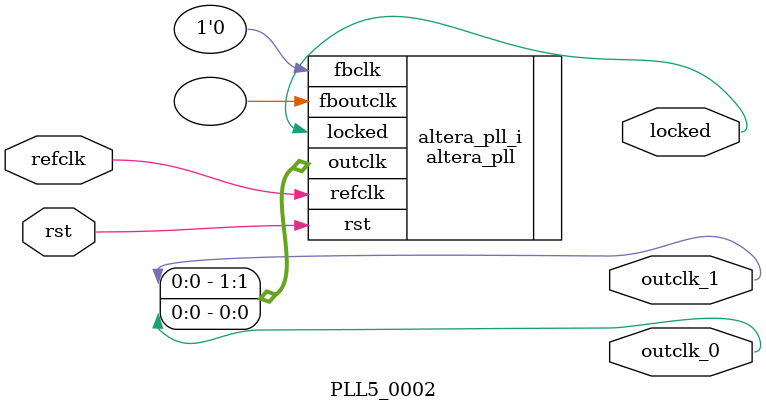
<source format=v>
`timescale 1ns/10ps
module  PLL5_0002(

	// interface 'refclk'
	input wire refclk,

	// interface 'reset'
	input wire rst,

	// interface 'outclk0'
	output wire outclk_0,

	// interface 'outclk1'
	output wire outclk_1,

	// interface 'locked'
	output wire locked
);

	altera_pll #(
		.fractional_vco_multiplier("false"),
		.reference_clock_frequency("50.0 MHz"),
		.operation_mode("direct"),
		.number_of_clocks(2),
		.output_clock_frequency0("25.000000 MHz"),
		.phase_shift0("0 ps"),
		.duty_cycle0(50),
		.output_clock_frequency1("150.000000 MHz"),
		.phase_shift1("0 ps"),
		.duty_cycle1(50),
		.output_clock_frequency2("0 MHz"),
		.phase_shift2("0 ps"),
		.duty_cycle2(50),
		.output_clock_frequency3("0 MHz"),
		.phase_shift3("0 ps"),
		.duty_cycle3(50),
		.output_clock_frequency4("0 MHz"),
		.phase_shift4("0 ps"),
		.duty_cycle4(50),
		.output_clock_frequency5("0 MHz"),
		.phase_shift5("0 ps"),
		.duty_cycle5(50),
		.output_clock_frequency6("0 MHz"),
		.phase_shift6("0 ps"),
		.duty_cycle6(50),
		.output_clock_frequency7("0 MHz"),
		.phase_shift7("0 ps"),
		.duty_cycle7(50),
		.output_clock_frequency8("0 MHz"),
		.phase_shift8("0 ps"),
		.duty_cycle8(50),
		.output_clock_frequency9("0 MHz"),
		.phase_shift9("0 ps"),
		.duty_cycle9(50),
		.output_clock_frequency10("0 MHz"),
		.phase_shift10("0 ps"),
		.duty_cycle10(50),
		.output_clock_frequency11("0 MHz"),
		.phase_shift11("0 ps"),
		.duty_cycle11(50),
		.output_clock_frequency12("0 MHz"),
		.phase_shift12("0 ps"),
		.duty_cycle12(50),
		.output_clock_frequency13("0 MHz"),
		.phase_shift13("0 ps"),
		.duty_cycle13(50),
		.output_clock_frequency14("0 MHz"),
		.phase_shift14("0 ps"),
		.duty_cycle14(50),
		.output_clock_frequency15("0 MHz"),
		.phase_shift15("0 ps"),
		.duty_cycle15(50),
		.output_clock_frequency16("0 MHz"),
		.phase_shift16("0 ps"),
		.duty_cycle16(50),
		.output_clock_frequency17("0 MHz"),
		.phase_shift17("0 ps"),
		.duty_cycle17(50),
		.pll_type("General"),
		.pll_subtype("General")
	) altera_pll_i (
		.rst	(rst),
		.outclk	({outclk_1, outclk_0}),
		.locked	(locked),
		.fboutclk	( ),
		.fbclk	(1'b0),
		.refclk	(refclk)
	);
endmodule


</source>
